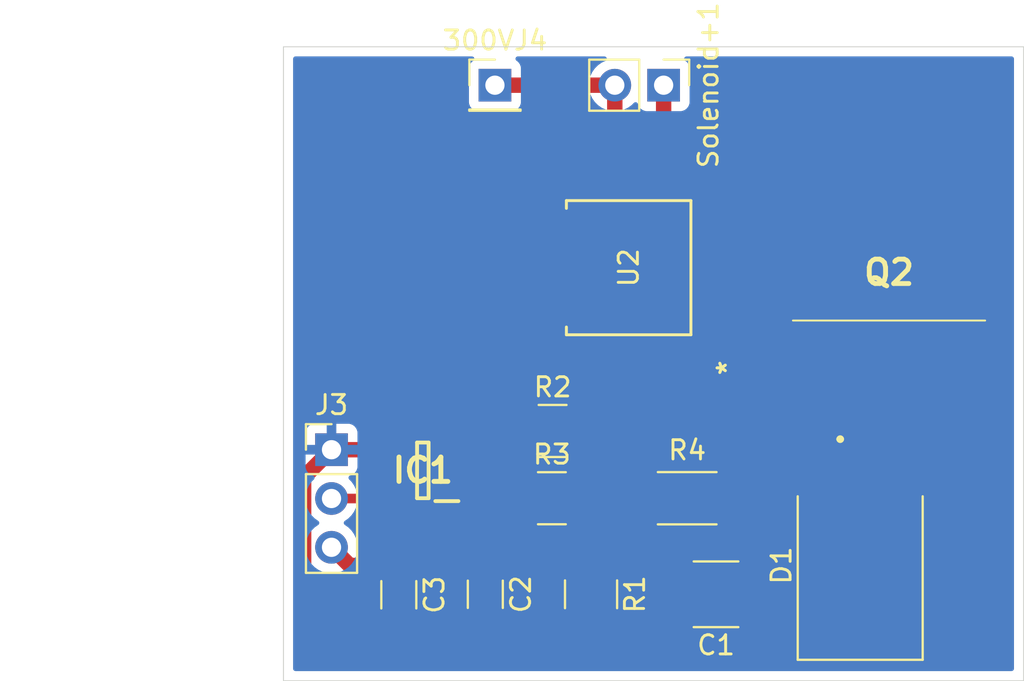
<source format=kicad_pcb>
(kicad_pcb (version 20240108) (generator "pcbnew") (generator_version "8.0")
  (layers (0 "F.Cu" signal) (31 "B.Cu" signal) (34 "B.Paste" user) (35 "F.Paste" user) (36 "B.SilkS" user "B.Silkscreen") (37 "F.SilkS" user "F.Silkscreen") (38 "B.Mask" user) (39 "F.Mask" user) (44 "Edge.Cuts" user))
  (net 0 "")
  (net 1 "/GND")
  (net 2 "/Output1_Solenoid ")
  (net 3 "Net-(D1-C)")
  (net 5 "/15V")
  (net 6 "Net-(IC1-OUTH)")
  (net 7 "/On_Signal 3V")
  (net 8 "Net-(IC1-OUTL)")
  (net 9 "/Output2_Solenoid ")
  (net 10 "Net-(R1-Pad1)")
  (footprint "Connector_PinHeader_2.54mm:PinHeader_1x02_P2.54mm_Vertical" (layer "F.Cu") (at 101.275 68 -90)
    (property "Reference" "Solenoid+1" (at 0 -2.33 90) (layer "F.SilkS"))
    (property "Value" "Solenoid-")
    (fp_line (start -1.33 3.87) (end 1.33 3.87) (stroke (width 0.12)) (layer "F.SilkS"))
    (fp_line (start -1.33 1.27) (end -1.33 3.87) (stroke (width 0.12)) (layer "F.SilkS"))
    (fp_line (start -1.33 1.27) (end 1.33 1.27) (stroke (width 0.12)) (layer "F.SilkS"))
    (fp_line (start 1.33 1.27) (end 1.33 3.87) (stroke (width 0.12)) (layer "F.SilkS"))
    (fp_line (start -1.33 0) (end -1.33 -1.33) (stroke (width 0.12)) (layer "F.SilkS"))
    (fp_line (start -1.33 -1.33) (end 0 -1.33) (stroke (width 0.12)) (layer "F.SilkS"))
    (pad "1" thru_hole rect (at 0 0 270) (size 1.7 1.7) (drill 1) (layers "*.Cu" "*.Mask") (net 9 "/Output2_Solenoid "))
    (pad "2" thru_hole oval (at 0 2.54 270) (size 1.7 1.7) (drill 1) (layers "*.Cu" "*.Mask") (net 2 "/Output1_Solenoid "))
  )
  (footprint "Diode_SMD:D_SMC" (layer "F.Cu") (at 111.5 93 90)
    (property "Reference" "D1" (at 0 -4.1 90) (layer "F.SilkS"))
    (property "Value" "Diode")
    (fp_line (start -4.91 -3.25) (end 3.6 -3.25) (stroke (width 0.12)) (layer "F.SilkS"))
    (fp_line (start -4.91 3.25) (end -4.91 -3.25) (stroke (width 0.12)) (layer "F.SilkS"))
    (fp_line (start -4.91 3.25) (end 3.6 3.25) (stroke (width 0.12)) (layer "F.SilkS"))
    (pad "1" smd roundrect (at -3.4 0 180) (size 3.3 2.5) (layers "F.Cu" "F.Paste" "F.Mask") (roundrect_rratio 0.1) (net 1 "/GND"))
    (pad "2" smd roundrect (at 3.4 0 180) (size 3.3 2.5) (layers "F.Cu" "F.Paste" "F.Mask") (roundrect_rratio 0.1) (net 3 "Net-(D1-C)"))
  )
  (footprint "Capacitor_SMD:C_1812_4532Metric" (layer "F.Cu") (at 104 94.5 180)
    (property "Reference" "C1" (at 0 -2.65 360) (layer "F.SilkS"))
    (property "Value" "0.1u")
    (fp_line (start -1.161252 1.71) (end 1.161252 1.71) (stroke (width 0.12)) (layer "F.SilkS"))
    (fp_line (start -1.161252 -1.71) (end 1.161252 -1.71) (stroke (width 0.12)) (layer "F.SilkS"))
    (pad "1" smd roundrect (at -2.05 0 180) (size 1.4 3.4) (layers "F.Cu" "F.Paste" "F.Mask") (roundrect_rratio 0.178571) (net 3 "Net-(D1-C)"))
    (pad "2" smd roundrect (at 2.05 0 180) (size 1.4 3.4) (layers "F.Cu" "F.Paste" "F.Mask") (roundrect_rratio 0.178571) (net 1 "/GND"))
  )
  (footprint "Capacitor_SMD:C_1206_3216Metric" (layer "F.Cu") (at 87.5 94.525 -90)
    (property "Reference" "C3" (at 0 -1.85 90) (layer "F.SilkS"))
    (property "Value" "1u")
    (fp_line (start -0.711252 0.91) (end 0.711252 0.91) (stroke (width 0.12)) (layer "F.SilkS"))
    (fp_line (start -0.711252 -0.91) (end 0.711252 -0.91) (stroke (width 0.12)) (layer "F.SilkS"))
    (pad "1" smd roundrect (at -1.475 0 270) (size 1.15 1.8) (layers "F.Cu" "F.Paste" "F.Mask") (roundrect_rratio 0.217391) (net 5 "/15V"))
    (pad "2" smd roundrect (at 1.475 0 270) (size 1.15 1.8) (layers "F.Cu" "F.Paste" "F.Mask") (roundrect_rratio 0.217391) (net 1 "/GND"))
  )
  (footprint "UCC27511DBVR:SOT95P280X145-6N" (layer "F.Cu") (at 88.75 88.05 180)
    (property "Reference" "IC1" (at 0 0 180) (layer "F.SilkS") (effects (font (size 1.27 1.27) (thickness 0.254))))
    (property "Value" "UCC27511DBVR" (hide yes))
    (fp_line (start 0.3 1.45) (end -0.3 1.45) (stroke (width 0.2)) (layer "F.SilkS"))
    (fp_line (start 0.3 -1.45) (end 0.3 1.45) (stroke (width 0.2)) (layer "F.SilkS"))
    (fp_line (start -0.3 1.45) (end -0.3 -1.45) (stroke (width 0.2)) (layer "F.SilkS"))
    (fp_line (start -0.3 -1.45) (end 0.3 -1.45) (stroke (width 0.2)) (layer "F.SilkS"))
    (fp_line (start -1.85 -1.6) (end -0.65 -1.6) (stroke (width 0.2)) (layer "F.SilkS"))
    (pad "1" smd rect (at -1.25 -0.95 270) (size 0.6 1.2) (layers "F.Cu" "F.Paste" "F.Mask") (net 5 "/15V"))
    (pad "2" smd rect (at -1.25 0 270) (size 0.6 1.2) (layers "F.Cu" "F.Paste" "F.Mask") (net 6 "Net-(IC1-OUTH)"))
    (pad "3" smd rect (at -1.25 0.95 270) (size 0.6 1.2) (layers "F.Cu" "F.Paste" "F.Mask") (net 8 "Net-(IC1-OUTL)"))
    (pad "4" smd rect (at 1.25 0.95 270) (size 0.6 1.2) (layers "F.Cu" "F.Paste" "F.Mask") (net 1 "/GND"))
    (pad "5" smd rect (at 1.25 0 270) (size 0.6 1.2) (layers "F.Cu" "F.Paste" "F.Mask") (net 1 "/GND"))
    (pad "6" smd rect (at 1.25 -0.95 270) (size 0.6 1.2) (layers "F.Cu" "F.Paste" "F.Mask") (net 7 "/On_Signal 3V"))
  )
  (footprint "Connector_PinHeader_2.54mm:PinHeader_1x01_P2.54mm_Vertical" (layer "F.Cu") (at 92.5 68)
    (property "Reference" "300VJ4" (at 0 -2.33 0) (layer "F.SilkS"))
    (property "Value" "Conn_01x01_Pin")
    (fp_line (start -1.33 -1.33) (end 0 -1.33) (stroke (width 0.12)) (layer "F.SilkS"))
    (fp_line (start -1.33 0) (end -1.33 -1.33) (stroke (width 0.12)) (layer "F.SilkS"))
    (fp_line (start -1.33 1.27) (end -1.33 1.33) (stroke (width 0.12)) (layer "F.SilkS"))
    (fp_line (start -1.33 1.27) (end 1.33 1.27) (stroke (width 0.12)) (layer "F.SilkS"))
    (fp_line (start -1.33 1.33) (end 1.33 1.33) (stroke (width 0.12)) (layer "F.SilkS"))
    (fp_line (start 1.33 1.27) (end 1.33 1.33) (stroke (width 0.12)) (layer "F.SilkS"))
    (pad "1" thru_hole rect (at 0 0) (size 1.7 1.7) (drill 1) (layers "*.Cu" "*.Mask") (net 2 "/Output1_Solenoid "))
  )
  (footprint "Resistor_SMD:R_1210_3225Metric" (layer "F.Cu") (at 97.5 94.5 -90)
    (property "Reference" "R1" (at 0 -2.28 90) (layer "F.SilkS"))
    (property "Value" "10k")
    (fp_line (start -0.723737 1.355) (end 0.723737 1.355) (stroke (width 0.12)) (layer "F.SilkS"))
    (fp_line (start -0.723737 -1.355) (end 0.723737 -1.355) (stroke (width 0.12)) (layer "F.SilkS"))
    (pad "1" smd roundrect (at -1.4625 0 270) (size 1.125 2.65) (layers "F.Cu" "F.Paste" "F.Mask") (roundrect_rratio 0.222222) (net 10 "Net-(R1-Pad1)"))
    (pad "2" smd roundrect (at 1.4625 0 270) (size 1.125 2.65) (layers "F.Cu" "F.Paste" "F.Mask") (roundrect_rratio 0.222222) (net 1 "/GND"))
  )
  (footprint "IKB40N65ES5ATMA1 IGBT:BTS141TCBUMA1" (layer "F.Cu") (at 113 78.425)
    (property "Reference" "Q2" (at 0 -0.675 360) (layer "F.SilkS") (effects (font (size 1.27 1.27) (thickness 0.254))))
    (property "Value" "IKB40N65ES5ATMA1" (hide yes))
    (fp_line (start -5 1.825) (end 5 1.825) (stroke (width 0.1)) (layer "F.SilkS"))
    (fp_line (start -2.64 8) (end -2.64 8) (stroke (width 0.2)) (layer "F.SilkS"))
    (fp_line (start -2.44 8) (end -2.44 8) (stroke (width 0.2)) (layer "F.SilkS"))
    (fp_arc (start -2.64 8) (mid -2.54 7.9) (end -2.44 8) (stroke (width 0.2)) (layer "F.SilkS"))
    (fp_arc (start -2.44 8) (mid -2.54 8.1) (end -2.64 8) (stroke (width 0.2)) (layer "F.SilkS"))
    (pad "1" smd rect (at -2.54 5.075) (size 1.35 4.6) (layers "F.Cu" "F.Paste" "F.Mask") (net 3 "Net-(D1-C)"))
    (pad "2" smd rect (at 0 -4.075 90) (size 9.4 10.8) (layers "F.Cu" "F.Paste" "F.Mask") (net 9 "/Output2_Solenoid "))
    (pad "3" smd rect (at 2.54 5.075) (size 1.35 4.6) (layers "F.Cu" "F.Paste" "F.Mask") (net 1 "/GND"))
  )
  (footprint "VS-5EWH06FN-M3:DPAK_06FN-M3_VIS" (layer "F.Cu") (at 99.4558 77.5 90)
    (property "Reference" "U2" (at 0 0 90) (layer "F.SilkS"))
    (property "Value" "VS-5EWH06FN-M3")
    (fp_line (start 3.4925 -3.2385) (end 3.08864 -3.2385) (stroke (width 0.1524)) (layer "F.SilkS"))
    (fp_line (start -3.08864 -3.2385) (end -3.4925 -3.2385) (stroke (width 0.1524)) (layer "F.SilkS"))
    (fp_line (start -3.4925 -3.2385) (end -3.4925 3.2385) (stroke (width 0.1524)) (layer "F.SilkS"))
    (fp_line (start 3.4925 3.2385) (end 3.4925 -3.2385) (stroke (width 0.1524)) (layer "F.SilkS"))
    (fp_line (start -3.4925 3.2385) (end 3.4925 3.2385) (stroke (width 0.1524)) (layer "F.SilkS"))
    (fp_text user "*" (at -5.215001 5.1435 90) (layer "F.SilkS"))
    (fp_text user "*" (at -5.215001 5.1435 90) (layer "F.SilkS"))
    (pad "1" smd rect (at -2.29 5.1435 90) (size 0.9398 2.4892) (layers "F.Cu" "F.Paste" "F.Mask"))
    (pad "2" smd rect (at 0 -1.9558 90) (size 5.5118 5.9182) (layers "F.Cu" "F.Paste" "F.Mask") (net 2 "/Output1_Solenoid "))
    (pad "3" smd rect (at 2.29 5.1435 90) (size 0.9398 2.4892) (layers "F.Cu" "F.Paste" "F.Mask") (net 9 "/Output2_Solenoid "))
  )
  (footprint "Capacitor_SMD:C_1206_3216Metric" (layer "F.Cu") (at 92 94.5 -90)
    (property "Reference" "C2" (at 0 -1.85 90) (layer "F.SilkS"))
    (property "Value" "0.1u")
    (fp_line (start -0.711252 0.91) (end 0.711252 0.91) (stroke (width 0.12)) (layer "F.SilkS"))
    (fp_line (start -0.711252 -0.91) (end 0.711252 -0.91) (stroke (width 0.12)) (layer "F.SilkS"))
    (pad "1" smd roundrect (at -1.475 0 270) (size 1.15 1.8) (layers "F.Cu" "F.Paste" "F.Mask") (roundrect_rratio 0.217391) (net 5 "/15V"))
    (pad "2" smd roundrect (at 1.475 0 270) (size 1.15 1.8) (layers "F.Cu" "F.Paste" "F.Mask") (roundrect_rratio 0.217391) (net 1 "/GND"))
  )
  (footprint "Resistor_SMD:R_1210_3225Metric" (layer "F.Cu") (at 95.4625 89.5)
    (property "Reference" "R3" (at 0 -2.28 0) (layer "F.SilkS"))
    (property "Value" "10k")
    (fp_line (start -0.723737 -1.355) (end 0.723737 -1.355) (stroke (width 0.12)) (layer "F.SilkS"))
    (fp_line (start -0.723737 1.355) (end 0.723737 1.355) (stroke (width 0.12)) (layer "F.SilkS"))
    (pad "1" smd roundrect (at -1.4625 0) (size 1.125 2.65) (layers "F.Cu" "F.Paste" "F.Mask") (roundrect_rratio 0.222222) (net 6 "Net-(IC1-OUTH)"))
    (pad "2" smd roundrect (at 1.4625 0) (size 1.125 2.65) (layers "F.Cu" "F.Paste" "F.Mask") (roundrect_rratio 0.222222) (net 10 "Net-(R1-Pad1)"))
  )
  (footprint "Resistor_SMD:R_1210_3225Metric" (layer "F.Cu") (at 95.5 86)
    (property "Reference" "R2" (at 0 -2.28 0) (layer "F.SilkS"))
    (property "Value" "10k")
    (fp_line (start -0.723737 -1.355) (end 0.723737 -1.355) (stroke (width 0.12)) (layer "F.SilkS"))
    (fp_line (start -0.723737 1.355) (end 0.723737 1.355) (stroke (width 0.12)) (layer "F.SilkS"))
    (pad "1" smd roundrect (at -1.4625 0) (size 1.125 2.65) (layers "F.Cu" "F.Paste" "F.Mask") (roundrect_rratio 0.222222) (net 8 "Net-(IC1-OUTL)"))
    (pad "2" smd roundrect (at 1.4625 0) (size 1.125 2.65) (layers "F.Cu" "F.Paste" "F.Mask") (roundrect_rratio 0.222222) (net 10 "Net-(R1-Pad1)"))
  )
  (footprint "Resistor_SMD:R_2010_5025Metric" (layer "F.Cu") (at 102.5 89.5)
    (property "Reference" "R4" (at 0 -2.5 0) (layer "F.SilkS"))
    (property "Value" "100")
    (fp_line (start -1.527064 -1.36) (end 1.527064 -1.36) (stroke (width 0.12)) (layer "F.SilkS"))
    (fp_line (start -1.527064 1.36) (end 1.527064 1.36) (stroke (width 0.12)) (layer "F.SilkS"))
    (pad "1" smd roundrect (at -2.3125 0) (size 1.225 2.65) (layers "F.Cu" "F.Paste" "F.Mask") (roundrect_rratio 0.204082) (net 10 "Net-(R1-Pad1)"))
    (pad "2" smd roundrect (at 2.3125 0) (size 1.225 2.65) (layers "F.Cu" "F.Paste" "F.Mask") (roundrect_rratio 0.204082) (net 3 "Net-(D1-C)"))
  )
  (footprint "Connector_PinHeader_2.54mm:PinHeader_1x03_P2.54mm_Vertical" (layer "F.Cu") (at 84 86.975)
    (property "Reference" "J3" (at 0 -2.33 360) (layer "F.SilkS"))
    (property "Value" "Conn_01x03_Pin")
    (fp_line (start -1.33 -1.33) (end 0 -1.33) (stroke (width 0.12)) (layer "F.SilkS"))
    (fp_line (start -1.33 0) (end -1.33 -1.33) (stroke (width 0.12)) (layer "F.SilkS"))
    (fp_line (start -1.33 1.27) (end -1.33 6.41) (stroke (width 0.12)) (layer "F.SilkS"))
    (fp_line (start -1.33 1.27) (end 1.33 1.27) (stroke (width 0.12)) (layer "F.SilkS"))
    (fp_line (start -1.33 6.41) (end 1.33 6.41) (stroke (width 0.12)) (layer "F.SilkS"))
    (fp_line (start 1.33 1.27) (end 1.33 6.41) (stroke (width 0.12)) (layer "F.SilkS"))
    (pad "1" thru_hole rect (at 0 0) (size 1.7 1.7) (drill 1) (layers "*.Cu" "*.Mask") (net 1 "/GND"))
    (pad "2" thru_hole oval (at 0 2.54) (size 1.7 1.7) (drill 1) (layers "*.Cu" "*.Mask") (net 7 "/On_Signal 3V"))
    (pad "3" thru_hole oval (at 0 5.08) (size 1.7 1.7) (drill 1) (layers "*.Cu" "*.Mask") (net 5 "/15V"))
  )
  (gr_rect (start 81.5 66) (end 120 99) (stroke (width 0.05)) (fill none) (layer "Edge.Cuts"))
  (segment (start 114.1 96.4) (end 115.54 94.96) (width 0.8) (layer "F.Cu") (net 1))
  (segment (start 111.1 96.8) (end 111.5 96.4) (width 0.8) (layer "F.Cu") (net 1))
  (segment (start 82.55 94.05) (end 82.55 88.425) (width 0.8) (layer "F.Cu") (net 1))
  (segment (start 104.25 96.8) (end 111.1 96.8) (width 0.8) (layer "F.Cu") (net 1))
  (segment (start 91.975 96) (end 92 95.975) (width 0.8) (layer "F.Cu") (net 1))
  (segment (start 87.5 88.05) (end 87.5 87.1) (width 0.8) (layer "F.Cu") (net 1))
  (segment (start 104.25 96.8) (end 101.95 94.5) (width 0.8) (layer "F.Cu") (net 1))
  (segment (start 82.55 88.425) (end 84 86.975) (width 0.8) (layer "F.Cu") (net 1))
  (segment (start 92 95.975) (end 97.4875 95.975) (width 0.8) (layer "F.Cu") (net 1))
  (segment (start 111.5 96.4) (end 114.1 96.4) (width 0.8) (layer "F.Cu") (net 1))
  (segment (start 84 86.975) (end 87.375 86.975) (width 0.8) (layer "F.Cu") (net 1))
  (segment (start 84.5 96) (end 82.55 94.05) (width 0.8) (layer "F.Cu") (net 1))
  (segment (start 87.5 96) (end 91.975 96) (width 0.8) (layer "F.Cu") (net 1))
  (segment (start 87.5 96) (end 84.5 96) (width 0.8) (layer "F.Cu") (net 1))
  (segment (start 87.375 86.975) (end 87.5 87.1) (width 0.8) (layer "F.Cu") (net 1))
  (segment (start 115.54 94.96) (end 115.54 83.5) (width 0.8) (layer "F.Cu") (net 1))
  (segment (start 97.4875 95.975) (end 97.5 95.9625) (width 0.8) (layer "F.Cu") (net 1))
  (segment (start 100.4875 95.9625) (end 101.95 94.5) (width 0.8) (layer "F.Cu") (net 1))
  (segment (start 97.5 95.9625) (end 100.4875 95.9625) (width 0.8) (layer "F.Cu") (net 1))
  (segment (start 98.735 68) (end 98.735 76.265) (width 0.8) (layer "F.Cu") (net 2))
  (segment (start 92.5 68) (end 98.735 68) (width 0.8) (layer "F.Cu") (net 2))
  (segment (start 98.735 76.265) (end 97.5 77.5) (width 0.8) (layer "F.Cu") (net 2))
  (segment (start 110.46 83.5) (end 110.46 88.56) (width 0.8) (layer "F.Cu") (net 3))
  (segment (start 110.46 88.56) (end 111.5 89.6) (width 0.8) (layer "F.Cu") (net 3))
  (segment (start 108.0875 89.6) (end 106.5 91.1875) (width 0.8) (layer "F.Cu") (net 3))
  (segment (start 106.5 91.1875) (end 106.5 94.05) (width 0.8) (layer "F.Cu") (net 3))
  (segment (start 106.5 94.05) (end 106.05 94.5) (width 0.8) (layer "F.Cu") (net 3))
  (segment (start 111.5 89.6) (end 108.0875 89.6) (width 0.8) (layer "F.Cu") (net 3))
  (segment (start 104.8125 89.5) (end 106.5 91.1875) (width 0.8) (layer "F.Cu") (net 3))
  (segment (start 86 93) (end 86.05 93.05) (width 0.8) (layer "F.Cu") (net 5))
  (segment (start 91 89) (end 92 90) (width 0.8) (layer "F.Cu") (net 5))
  (segment (start 86.05 93.05) (end 87.5 93.05) (width 0.8) (layer "F.Cu") (net 5))
  (segment (start 84 92.055) (end 84.945 93) (width 0.8) (layer "F.Cu") (net 5))
  (segment (start 84.945 93) (end 86 93) (width 0.8) (layer "F.Cu") (net 5))
  (segment (start 92 90) (end 92 93.025) (width 0.8) (layer "F.Cu") (net 5))
  (segment (start 92 93.025) (end 87.525 93.025) (width 0.8) (layer "F.Cu") (net 5))
  (segment (start 87.525 93.025) (end 87.5 93.05) (width 0.8) (layer "F.Cu") (net 5))
  (segment (start 90 89) (end 91 89) (width 0.8) (layer "F.Cu") (net 5))
  (segment (start 90 88.05) (end 92.55 88.05) (width 0.5) (layer "F.Cu") (net 6))
  (segment (start 92.55 88.05) (end 94 89.5) (width 0.5) (layer "F.Cu") (net 6))
  (segment (start 84 89.515) (end 86.985 89.515) (width 0.5) (layer "F.Cu") (net 7))
  (segment (start 86.985 89.515) (end 87.5 89) (width 0.5) (layer "F.Cu") (net 7))
  (segment (start 90 87.1) (end 92.9375 87.1) (width 0.8) (layer "F.Cu") (net 8))
  (segment (start 92.9375 87.1) (end 94.0375 86) (width 0.8) (layer "F.Cu") (net 8))
  (segment (start 101.275 71.8857) (end 104.5993 75.21) (width 0.8) (layer "F.Cu") (net 9))
  (segment (start 101.275 68) (end 101.275 71.8857) (width 0.8) (layer "F.Cu") (net 9))
  (segment (start 113 74.35) (end 105.4593 74.35) (width 0.8) (layer "F.Cu") (net 9))
  (segment (start 105.4593 74.35) (end 104.5993 75.21) (width 0.8) (layer "F.Cu") (net 9))
  (segment (start 96.9625 86) (end 96.9625 89.4625) (width 0.8) (layer "F.Cu") (net 10))
  (segment (start 97.5 93.0375) (end 97.5 90.075) (width 0.8) (layer "F.Cu") (net 10))
  (segment (start 96.925 89.5) (end 100.1875 89.5) (width 0.8) (layer "F.Cu") (net 10))
  (segment (start 96.9625 89.4625) (end 96.925 89.5) (width 0.8) (layer "F.Cu") (net 10))
  (segment (start 97.5 90.075) (end 96.925 89.5) (width 0.8) (layer "F.Cu") (net 10))
  (zone (net 1) (net_name "/GND") (layer "B.Cu") (connect_pads (clearance 0.5)) (min_thickness 0.25) (fill yes (thermal_gap 0.5) (thermal_bridge_width 0.5))
    (polygon (pts (xy 120 66) (xy 81.5 66) (xy 81.5 98.5) (xy 120 98.5)))
  )
)
</source>
